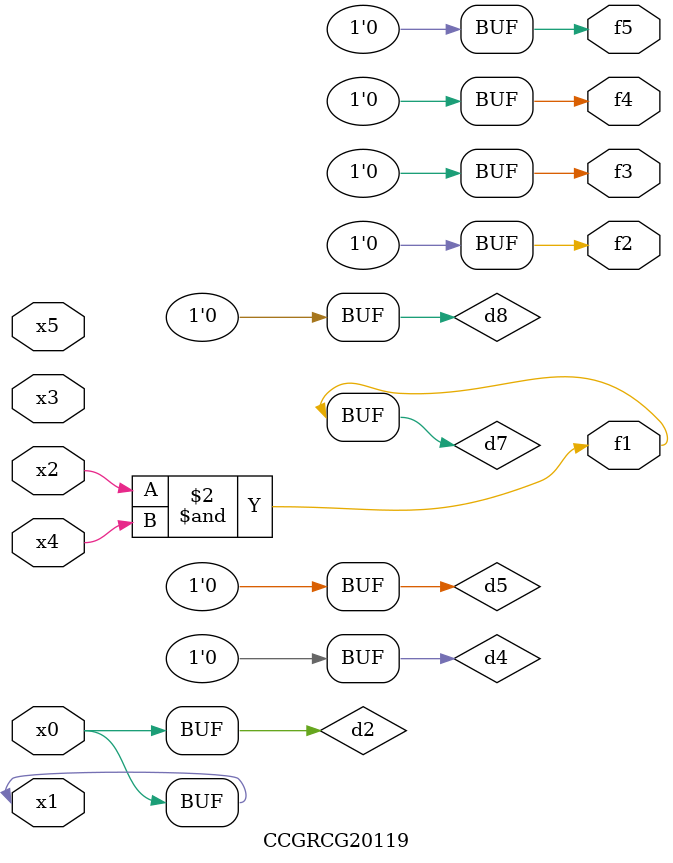
<source format=v>
module CCGRCG20119(
	input x0, x1, x2, x3, x4, x5,
	output f1, f2, f3, f4, f5
);

	wire d1, d2, d3, d4, d5, d6, d7, d8, d9;

	nand (d1, x1);
	buf (d2, x0, x1);
	nand (d3, x2, x4);
	and (d4, d1, d2);
	and (d5, d1, d2);
	nand (d6, d1, d3);
	not (d7, d3);
	xor (d8, d5);
	nor (d9, d5, d6);
	assign f1 = d7;
	assign f2 = d8;
	assign f3 = d8;
	assign f4 = d8;
	assign f5 = d8;
endmodule

</source>
